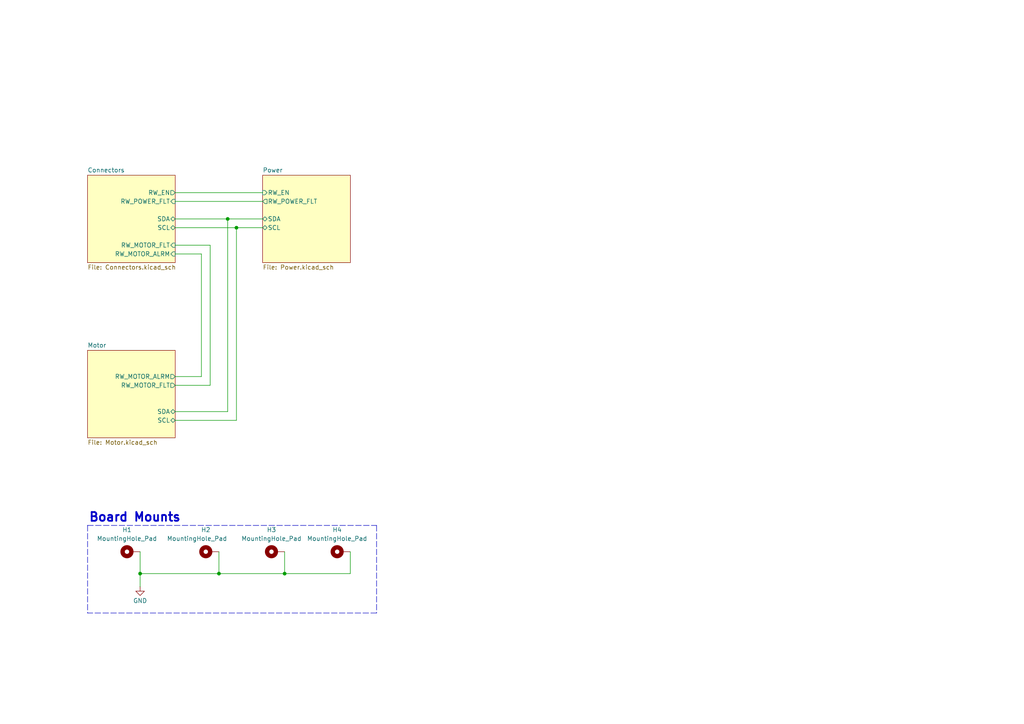
<source format=kicad_sch>
(kicad_sch
	(version 20231120)
	(generator "eeschema")
	(generator_version "8.0")
	(uuid "833dc880-24c2-430b-8cf7-cc984eb87a9d")
	(paper "A4")
	(lib_symbols
		(symbol "Mechanical:MountingHole_Pad"
			(pin_numbers hide)
			(pin_names
				(offset 1.016) hide)
			(exclude_from_sim yes)
			(in_bom no)
			(on_board yes)
			(property "Reference" "H"
				(at 0 6.35 0)
				(effects
					(font
						(size 1.27 1.27)
					)
				)
			)
			(property "Value" "MountingHole_Pad"
				(at 0 4.445 0)
				(effects
					(font
						(size 1.27 1.27)
					)
				)
			)
			(property "Footprint" ""
				(at 0 0 0)
				(effects
					(font
						(size 1.27 1.27)
					)
					(hide yes)
				)
			)
			(property "Datasheet" "~"
				(at 0 0 0)
				(effects
					(font
						(size 1.27 1.27)
					)
					(hide yes)
				)
			)
			(property "Description" "Mounting Hole with connection"
				(at 0 0 0)
				(effects
					(font
						(size 1.27 1.27)
					)
					(hide yes)
				)
			)
			(property "ki_keywords" "mounting hole"
				(at 0 0 0)
				(effects
					(font
						(size 1.27 1.27)
					)
					(hide yes)
				)
			)
			(property "ki_fp_filters" "MountingHole*Pad*"
				(at 0 0 0)
				(effects
					(font
						(size 1.27 1.27)
					)
					(hide yes)
				)
			)
			(symbol "MountingHole_Pad_0_1"
				(circle
					(center 0 1.27)
					(radius 1.27)
					(stroke
						(width 1.27)
						(type default)
					)
					(fill
						(type none)
					)
				)
			)
			(symbol "MountingHole_Pad_1_1"
				(pin input line
					(at 0 -2.54 90)
					(length 2.54)
					(name "1"
						(effects
							(font
								(size 1.27 1.27)
							)
						)
					)
					(number "1"
						(effects
							(font
								(size 1.27 1.27)
							)
						)
					)
				)
			)
		)
		(symbol "power:GND"
			(power)
			(pin_numbers hide)
			(pin_names
				(offset 0) hide)
			(exclude_from_sim no)
			(in_bom yes)
			(on_board yes)
			(property "Reference" "#PWR"
				(at 0 -6.35 0)
				(effects
					(font
						(size 1.27 1.27)
					)
					(hide yes)
				)
			)
			(property "Value" "GND"
				(at 0 -3.81 0)
				(effects
					(font
						(size 1.27 1.27)
					)
				)
			)
			(property "Footprint" ""
				(at 0 0 0)
				(effects
					(font
						(size 1.27 1.27)
					)
					(hide yes)
				)
			)
			(property "Datasheet" ""
				(at 0 0 0)
				(effects
					(font
						(size 1.27 1.27)
					)
					(hide yes)
				)
			)
			(property "Description" "Power symbol creates a global label with name \"GND\" , ground"
				(at 0 0 0)
				(effects
					(font
						(size 1.27 1.27)
					)
					(hide yes)
				)
			)
			(property "ki_keywords" "global power"
				(at 0 0 0)
				(effects
					(font
						(size 1.27 1.27)
					)
					(hide yes)
				)
			)
			(symbol "GND_0_1"
				(polyline
					(pts
						(xy 0 0) (xy 0 -1.27) (xy 1.27 -1.27) (xy 0 -2.54) (xy -1.27 -1.27) (xy 0 -1.27)
					)
					(stroke
						(width 0)
						(type default)
					)
					(fill
						(type none)
					)
				)
			)
			(symbol "GND_1_1"
				(pin power_in line
					(at 0 0 270)
					(length 0)
					(name "~"
						(effects
							(font
								(size 1.27 1.27)
							)
						)
					)
					(number "1"
						(effects
							(font
								(size 1.27 1.27)
							)
						)
					)
				)
			)
		)
	)
	(junction
		(at 63.5 166.37)
		(diameter 0)
		(color 0 0 0 0)
		(uuid "21f92671-97f9-43bd-82f4-c7f5e7518434")
	)
	(junction
		(at 40.64 166.37)
		(diameter 0)
		(color 0 0 0 0)
		(uuid "3ae295d6-3699-4c99-ab00-fe3836905e7c")
	)
	(junction
		(at 82.55 166.37)
		(diameter 0)
		(color 0 0 0 0)
		(uuid "71d2f368-a4ef-4f48-81b8-3b2effab89a3")
	)
	(junction
		(at 68.58 66.04)
		(diameter 0)
		(color 0 0 0 0)
		(uuid "7c071c88-43a8-489d-bb9d-85b97b999c09")
	)
	(junction
		(at 66.04 63.5)
		(diameter 0)
		(color 0 0 0 0)
		(uuid "e84dad1a-2b99-4e21-8a07-906b7063b605")
	)
	(polyline
		(pts
			(xy 109.22 152.4) (xy 109.22 177.8)
		)
		(stroke
			(width 0)
			(type dash)
		)
		(uuid "0bb9e623-32bc-46ad-b53d-e46fb5662803")
	)
	(wire
		(pts
			(xy 50.8 109.22) (xy 58.42 109.22)
		)
		(stroke
			(width 0)
			(type default)
		)
		(uuid "1d687d55-0d96-49a8-8f5e-2bd578a07005")
	)
	(polyline
		(pts
			(xy 109.22 177.8) (xy 25.4 177.8)
		)
		(stroke
			(width 0)
			(type dash)
		)
		(uuid "228a25df-4a7c-43aa-9048-223c3cf80864")
	)
	(wire
		(pts
			(xy 50.8 58.42) (xy 76.2 58.42)
		)
		(stroke
			(width 0)
			(type default)
		)
		(uuid "24dfcb9c-69d4-42a4-b3f5-7c0f01639a5f")
	)
	(polyline
		(pts
			(xy 25.4 152.4) (xy 25.4 177.8)
		)
		(stroke
			(width 0)
			(type dash)
		)
		(uuid "32e2b237-7057-4d3e-9d40-424b779db6e1")
	)
	(wire
		(pts
			(xy 40.64 166.37) (xy 63.5 166.37)
		)
		(stroke
			(width 0)
			(type default)
		)
		(uuid "3374ebd4-69c9-4c5b-ab63-da68b64a4ad2")
	)
	(wire
		(pts
			(xy 50.8 66.04) (xy 68.58 66.04)
		)
		(stroke
			(width 0)
			(type default)
		)
		(uuid "535f2691-ab07-45c7-89ee-e771bbb8361b")
	)
	(wire
		(pts
			(xy 66.04 63.5) (xy 76.2 63.5)
		)
		(stroke
			(width 0)
			(type default)
		)
		(uuid "58157f94-5b77-45e6-84f8-63c9d8126df5")
	)
	(wire
		(pts
			(xy 66.04 63.5) (xy 66.04 119.38)
		)
		(stroke
			(width 0)
			(type default)
		)
		(uuid "64c55465-3903-47c9-a86e-53b7c81943f2")
	)
	(wire
		(pts
			(xy 50.8 119.38) (xy 66.04 119.38)
		)
		(stroke
			(width 0)
			(type default)
		)
		(uuid "6857f6de-3aef-40e8-a060-37840959641c")
	)
	(wire
		(pts
			(xy 40.64 160.02) (xy 40.64 166.37)
		)
		(stroke
			(width 0)
			(type default)
		)
		(uuid "6c568ea8-dafd-434b-a353-4f2440e19b4b")
	)
	(wire
		(pts
			(xy 60.96 111.76) (xy 50.8 111.76)
		)
		(stroke
			(width 0)
			(type default)
		)
		(uuid "6e8067e1-c8e9-445c-a122-cbce564ba154")
	)
	(wire
		(pts
			(xy 68.58 66.04) (xy 76.2 66.04)
		)
		(stroke
			(width 0)
			(type default)
		)
		(uuid "792feec8-8367-420d-9b00-3e661f7ca7c1")
	)
	(wire
		(pts
			(xy 50.8 63.5) (xy 66.04 63.5)
		)
		(stroke
			(width 0)
			(type default)
		)
		(uuid "84714747-f21a-41fc-99b9-2564f876daa3")
	)
	(wire
		(pts
			(xy 50.8 71.12) (xy 60.96 71.12)
		)
		(stroke
			(width 0)
			(type default)
		)
		(uuid "8550404d-5b27-49fa-acd1-88869a36b56d")
	)
	(polyline
		(pts
			(xy 25.4 152.4) (xy 25.4 152.4)
		)
		(stroke
			(width 0)
			(type dash)
		)
		(uuid "89bd45be-1e20-4309-92e0-f6236c494ae2")
	)
	(wire
		(pts
			(xy 82.55 166.37) (xy 101.6 166.37)
		)
		(stroke
			(width 0)
			(type default)
		)
		(uuid "929201ce-a1a3-46f9-9a49-42eda70b3049")
	)
	(wire
		(pts
			(xy 58.42 109.22) (xy 58.42 73.66)
		)
		(stroke
			(width 0)
			(type default)
		)
		(uuid "93b5661d-9aab-47d0-997b-12a77469babf")
	)
	(wire
		(pts
			(xy 50.8 55.88) (xy 76.2 55.88)
		)
		(stroke
			(width 0)
			(type default)
		)
		(uuid "ad4b3334-517c-44c2-bd1f-fbdaf5cf147e")
	)
	(polyline
		(pts
			(xy 25.4 152.4) (xy 109.22 152.4)
		)
		(stroke
			(width 0)
			(type dash)
		)
		(uuid "b0b1c0f1-815b-41de-82d3-1a992be7fbd5")
	)
	(wire
		(pts
			(xy 101.6 160.02) (xy 101.6 166.37)
		)
		(stroke
			(width 0)
			(type default)
		)
		(uuid "bb30beee-4c54-49b4-b652-a522a70e4950")
	)
	(wire
		(pts
			(xy 63.5 166.37) (xy 82.55 166.37)
		)
		(stroke
			(width 0)
			(type default)
		)
		(uuid "c937dbb9-c160-4a06-b337-da7d8499cced")
	)
	(wire
		(pts
			(xy 63.5 160.02) (xy 63.5 166.37)
		)
		(stroke
			(width 0)
			(type default)
		)
		(uuid "ca024626-3860-4498-8440-6bc5b2b225b9")
	)
	(wire
		(pts
			(xy 82.55 160.02) (xy 82.55 166.37)
		)
		(stroke
			(width 0)
			(type default)
		)
		(uuid "cd310cd9-27e3-4d1f-8419-fda0f98420d1")
	)
	(wire
		(pts
			(xy 50.8 121.92) (xy 68.58 121.92)
		)
		(stroke
			(width 0)
			(type default)
		)
		(uuid "d6dca202-2623-4c61-8585-3c9c6817f895")
	)
	(wire
		(pts
			(xy 58.42 73.66) (xy 50.8 73.66)
		)
		(stroke
			(width 0)
			(type default)
		)
		(uuid "d8d2ec5f-4a93-4a3b-a2cb-608dfdbf8f34")
	)
	(wire
		(pts
			(xy 68.58 66.04) (xy 68.58 121.92)
		)
		(stroke
			(width 0)
			(type default)
		)
		(uuid "ddc4893b-a4ff-4625-9738-095368500346")
	)
	(wire
		(pts
			(xy 60.96 71.12) (xy 60.96 111.76)
		)
		(stroke
			(width 0)
			(type default)
		)
		(uuid "e2514b8d-34e9-45cc-be41-6f4cfda05576")
	)
	(wire
		(pts
			(xy 40.64 166.37) (xy 40.64 170.18)
		)
		(stroke
			(width 0)
			(type default)
		)
		(uuid "fa1a9dd6-bda6-4409-beb8-67d267aaf832")
	)
	(text "Board Mounts"
		(exclude_from_sim no)
		(at 25.654 151.638 0)
		(effects
			(font
				(size 2.54 2.54)
				(thickness 0.508)
				(bold yes)
			)
			(justify left bottom)
		)
		(uuid "9b0aa3b9-15c7-4e9d-941b-795c1a7e2030")
	)
	(symbol
		(lib_id "Mechanical:MountingHole_Pad")
		(at 99.06 160.02 90)
		(unit 1)
		(exclude_from_sim yes)
		(in_bom no)
		(on_board yes)
		(dnp no)
		(fields_autoplaced yes)
		(uuid "0094b5e8-6205-4a7d-9673-af79001ebe74")
		(property "Reference" "H4"
			(at 97.79 153.67 90)
			(effects
				(font
					(size 1.27 1.27)
				)
			)
		)
		(property "Value" "MountingHole_Pad"
			(at 97.79 156.21 90)
			(effects
				(font
					(size 1.27 1.27)
				)
			)
		)
		(property "Footprint" "MountingHole:MountingHole_3.2mm_M3_DIN965_Pad_TopBottom"
			(at 99.06 160.02 0)
			(effects
				(font
					(size 1.27 1.27)
				)
				(hide yes)
			)
		)
		(property "Datasheet" "~"
			(at 99.06 160.02 0)
			(effects
				(font
					(size 1.27 1.27)
				)
				(hide yes)
			)
		)
		(property "Description" "Mounting Hole with connection"
			(at 99.06 160.02 0)
			(effects
				(font
					(size 1.27 1.27)
				)
				(hide yes)
			)
		)
		(pin "1"
			(uuid "1f656937-fe5a-4632-a620-def1297e50e7")
		)
		(instances
			(project "Avionics-RWboard"
				(path "/833dc880-24c2-430b-8cf7-cc984eb87a9d"
					(reference "H4")
					(unit 1)
				)
			)
		)
	)
	(symbol
		(lib_id "Mechanical:MountingHole_Pad")
		(at 38.1 160.02 90)
		(unit 1)
		(exclude_from_sim yes)
		(in_bom no)
		(on_board yes)
		(dnp no)
		(fields_autoplaced yes)
		(uuid "6f955ff0-8388-4158-beee-558f35d4773e")
		(property "Reference" "H1"
			(at 36.83 153.67 90)
			(effects
				(font
					(size 1.27 1.27)
				)
			)
		)
		(property "Value" "MountingHole_Pad"
			(at 36.83 156.21 90)
			(effects
				(font
					(size 1.27 1.27)
				)
			)
		)
		(property "Footprint" "MountingHole:MountingHole_3.2mm_M3_DIN965_Pad_TopBottom"
			(at 38.1 160.02 0)
			(effects
				(font
					(size 1.27 1.27)
				)
				(hide yes)
			)
		)
		(property "Datasheet" "~"
			(at 38.1 160.02 0)
			(effects
				(font
					(size 1.27 1.27)
				)
				(hide yes)
			)
		)
		(property "Description" "Mounting Hole with connection"
			(at 38.1 160.02 0)
			(effects
				(font
					(size 1.27 1.27)
				)
				(hide yes)
			)
		)
		(pin "1"
			(uuid "af879819-dd7b-4fe0-8e23-4c9c1dd3f399")
		)
		(instances
			(project "Avionics-RWboard"
				(path "/833dc880-24c2-430b-8cf7-cc984eb87a9d"
					(reference "H1")
					(unit 1)
				)
			)
		)
	)
	(symbol
		(lib_id "Mechanical:MountingHole_Pad")
		(at 60.96 160.02 90)
		(unit 1)
		(exclude_from_sim yes)
		(in_bom no)
		(on_board yes)
		(dnp no)
		(uuid "82360470-6fad-42e4-a72c-9d1eb725ffa8")
		(property "Reference" "H2"
			(at 59.69 153.67 90)
			(effects
				(font
					(size 1.27 1.27)
				)
			)
		)
		(property "Value" "MountingHole_Pad"
			(at 57.15 156.21 90)
			(effects
				(font
					(size 1.27 1.27)
				)
			)
		)
		(property "Footprint" "MountingHole:MountingHole_3.2mm_M3_DIN965_Pad_TopBottom"
			(at 60.96 160.02 0)
			(effects
				(font
					(size 1.27 1.27)
				)
				(hide yes)
			)
		)
		(property "Datasheet" "~"
			(at 60.96 160.02 0)
			(effects
				(font
					(size 1.27 1.27)
				)
				(hide yes)
			)
		)
		(property "Description" "Mounting Hole with connection"
			(at 60.96 160.02 0)
			(effects
				(font
					(size 1.27 1.27)
				)
				(hide yes)
			)
		)
		(pin "1"
			(uuid "a7383219-a804-43b9-a487-021ed3696d93")
		)
		(instances
			(project "Avionics-RWboard"
				(path "/833dc880-24c2-430b-8cf7-cc984eb87a9d"
					(reference "H2")
					(unit 1)
				)
			)
		)
	)
	(symbol
		(lib_id "Mechanical:MountingHole_Pad")
		(at 80.01 160.02 90)
		(unit 1)
		(exclude_from_sim yes)
		(in_bom no)
		(on_board yes)
		(dnp no)
		(fields_autoplaced yes)
		(uuid "9debbc89-d884-4d51-bed9-ea412632e0d3")
		(property "Reference" "H3"
			(at 78.74 153.67 90)
			(effects
				(font
					(size 1.27 1.27)
				)
			)
		)
		(property "Value" "MountingHole_Pad"
			(at 78.74 156.21 90)
			(effects
				(font
					(size 1.27 1.27)
				)
			)
		)
		(property "Footprint" "MountingHole:MountingHole_3.2mm_M3_DIN965_Pad_TopBottom"
			(at 80.01 160.02 0)
			(effects
				(font
					(size 1.27 1.27)
				)
				(hide yes)
			)
		)
		(property "Datasheet" "~"
			(at 80.01 160.02 0)
			(effects
				(font
					(size 1.27 1.27)
				)
				(hide yes)
			)
		)
		(property "Description" "Mounting Hole with connection"
			(at 80.01 160.02 0)
			(effects
				(font
					(size 1.27 1.27)
				)
				(hide yes)
			)
		)
		(pin "1"
			(uuid "aa371a51-dcae-44da-ac45-4adc123489f6")
		)
		(instances
			(project "Avionics-RWboard"
				(path "/833dc880-24c2-430b-8cf7-cc984eb87a9d"
					(reference "H3")
					(unit 1)
				)
			)
		)
	)
	(symbol
		(lib_id "power:GND")
		(at 40.64 170.18 0)
		(unit 1)
		(exclude_from_sim no)
		(in_bom yes)
		(on_board yes)
		(dnp no)
		(uuid "c95a57dd-19a2-4dbe-9cad-c1c49ec28297")
		(property "Reference" "#PWR044"
			(at 40.64 176.53 0)
			(effects
				(font
					(size 1.27 1.27)
				)
				(hide yes)
			)
		)
		(property "Value" "GND"
			(at 40.64 174.244 0)
			(effects
				(font
					(size 1.27 1.27)
				)
			)
		)
		(property "Footprint" ""
			(at 40.64 170.18 0)
			(effects
				(font
					(size 1.27 1.27)
				)
				(hide yes)
			)
		)
		(property "Datasheet" ""
			(at 40.64 170.18 0)
			(effects
				(font
					(size 1.27 1.27)
				)
				(hide yes)
			)
		)
		(property "Description" "Power symbol creates a global label with name \"GND\" , ground"
			(at 40.64 170.18 0)
			(effects
				(font
					(size 1.27 1.27)
				)
				(hide yes)
			)
		)
		(pin "1"
			(uuid "370b9d31-3be7-4100-b8e7-a64804fcf5a8")
		)
		(instances
			(project "Avionics-RWboard"
				(path "/833dc880-24c2-430b-8cf7-cc984eb87a9d"
					(reference "#PWR044")
					(unit 1)
				)
			)
		)
	)
	(sheet
		(at 25.4 101.6)
		(size 25.4 25.4)
		(fields_autoplaced yes)
		(stroke
			(width 0.1524)
			(type solid)
			(color 132 0 0 1)
		)
		(fill
			(color 255 255 194 1.0000)
		)
		(uuid "6fe6dcb0-4022-4a1b-8f5d-25ced07893ae")
		(property "Sheetname" "Motor"
			(at 25.4 100.8884 0)
			(effects
				(font
					(size 1.27 1.27)
				)
				(justify left bottom)
			)
		)
		(property "Sheetfile" "Motor.kicad_sch"
			(at 25.4 127.5846 0)
			(effects
				(font
					(size 1.27 1.27)
				)
				(justify left top)
			)
		)
		(pin "RW_MOTOR_FLT" output
			(at 50.8 111.76 0)
			(effects
				(font
					(size 1.27 1.27)
				)
				(justify right)
			)
			(uuid "45340e56-46ec-4d41-b7b1-be1003268571")
		)
		(pin "RW_MOTOR_ALRM" output
			(at 50.8 109.22 0)
			(effects
				(font
					(size 1.27 1.27)
				)
				(justify right)
			)
			(uuid "8d5a0ca9-3895-4500-9645-e540dff331e9")
		)
		(pin "SCL" bidirectional
			(at 50.8 121.92 0)
			(effects
				(font
					(size 1.27 1.27)
				)
				(justify right)
			)
			(uuid "373048d7-ae0b-4f14-bb1d-bf18a0efd9a2")
		)
		(pin "SDA" bidirectional
			(at 50.8 119.38 0)
			(effects
				(font
					(size 1.27 1.27)
				)
				(justify right)
			)
			(uuid "4c722477-06b5-42b4-b705-22da4c244812")
		)
		(instances
			(project "Avionics-RWboard"
				(path "/833dc880-24c2-430b-8cf7-cc984eb87a9d"
					(page "3")
				)
			)
		)
	)
	(sheet
		(at 76.2 50.8)
		(size 25.4 25.4)
		(fields_autoplaced yes)
		(stroke
			(width 0.1524)
			(type solid)
			(color 132 0 0 1)
		)
		(fill
			(color 255 255 194 1.0000)
		)
		(uuid "a3f3b3cb-ad78-4c13-ba45-eb5d7efe511d")
		(property "Sheetname" "Power"
			(at 76.2 50.0884 0)
			(effects
				(font
					(size 1.27 1.27)
				)
				(justify left bottom)
			)
		)
		(property "Sheetfile" "Power.kicad_sch"
			(at 76.2 76.7846 0)
			(effects
				(font
					(size 1.27 1.27)
				)
				(justify left top)
			)
		)
		(pin "RW_EN" input
			(at 76.2 55.88 180)
			(effects
				(font
					(size 1.27 1.27)
				)
				(justify left)
			)
			(uuid "798ce145-9163-441a-a0ea-89b8e582b784")
		)
		(pin "SDA" bidirectional
			(at 76.2 63.5 180)
			(effects
				(font
					(size 1.27 1.27)
				)
				(justify left)
			)
			(uuid "75592617-1d7a-4cbf-a944-f22f73b6e5dd")
		)
		(pin "SCL" bidirectional
			(at 76.2 66.04 180)
			(effects
				(font
					(size 1.27 1.27)
				)
				(justify left)
			)
			(uuid "d67b1069-8553-479d-83c0-eebb0d064a79")
		)
		(pin "RW_POWER_FLT" output
			(at 76.2 58.42 180)
			(effects
				(font
					(size 1.27 1.27)
				)
				(justify left)
			)
			(uuid "f5ded448-91ae-445b-a0bd-f3a793b322df")
		)
		(instances
			(project "Avionics-RWboard"
				(path "/833dc880-24c2-430b-8cf7-cc984eb87a9d"
					(page "5")
				)
			)
		)
	)
	(sheet
		(at 25.4 50.8)
		(size 25.4 25.4)
		(fields_autoplaced yes)
		(stroke
			(width 0.1524)
			(type solid)
			(color 132 0 0 1)
		)
		(fill
			(color 255 255 194 1.0000)
		)
		(uuid "e7579daf-9390-453f-be6d-47a1e5e63ac9")
		(property "Sheetname" "Connectors"
			(at 25.4 50.0884 0)
			(effects
				(font
					(size 1.27 1.27)
				)
				(justify left bottom)
			)
		)
		(property "Sheetfile" "Connectors.kicad_sch"
			(at 25.4 76.7846 0)
			(effects
				(font
					(size 1.27 1.27)
				)
				(justify left top)
			)
		)
		(pin "RW_EN" output
			(at 50.8 55.88 0)
			(effects
				(font
					(size 1.27 1.27)
				)
				(justify right)
			)
			(uuid "a9b33c7c-20b8-4f05-a44f-c0ac9b20dbfe")
		)
		(pin "SDA" bidirectional
			(at 50.8 63.5 0)
			(effects
				(font
					(size 1.27 1.27)
				)
				(justify right)
			)
			(uuid "6d9747e2-8b6b-47d7-96a3-f55b7934a203")
		)
		(pin "SCL" bidirectional
			(at 50.8 66.04 0)
			(effects
				(font
					(size 1.27 1.27)
				)
				(justify right)
			)
			(uuid "a2750676-9078-4467-ab0d-3aad2cad0263")
		)
		(pin "RW_POWER_FLT" input
			(at 50.8 58.42 0)
			(effects
				(font
					(size 1.27 1.27)
				)
				(justify right)
			)
			(uuid "80b3f30f-3481-44af-a16a-4dde6739b49c")
		)
		(pin "RW_MOTOR_FLT" input
			(at 50.8 71.12 0)
			(effects
				(font
					(size 1.27 1.27)
				)
				(justify right)
			)
			(uuid "df63911e-6ca3-49d3-8eb5-2654951c5609")
		)
		(pin "RW_MOTOR_ALRM" input
			(at 50.8 73.66 0)
			(effects
				(font
					(size 1.27 1.27)
				)
				(justify right)
			)
			(uuid "26f3e5f0-138c-4bac-9b63-50e24d196cd2")
		)
		(instances
			(project "Avionics-RWboard"
				(path "/833dc880-24c2-430b-8cf7-cc984eb87a9d"
					(page "2")
				)
			)
		)
	)
	(sheet_instances
		(path "/"
			(page "1")
		)
	)
)

</source>
